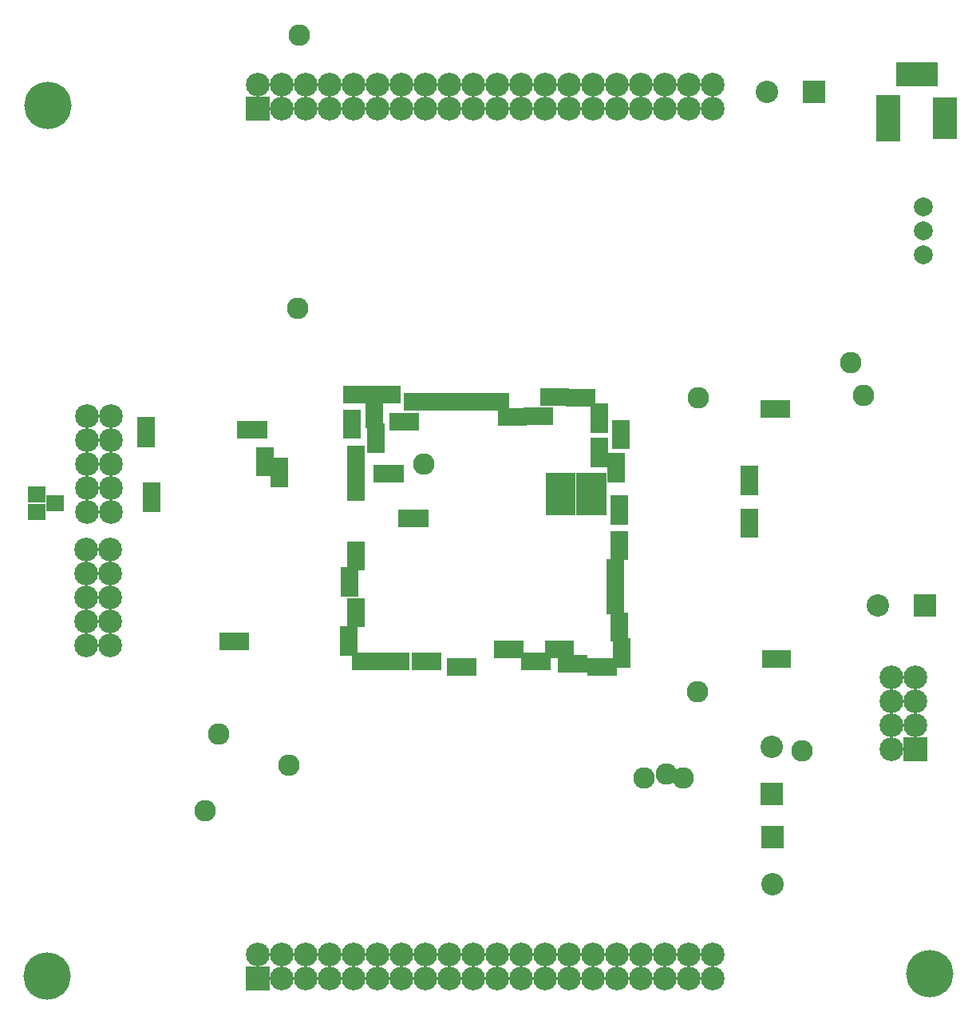
<source format=gbs>
G04 Layer_Color=16711935*
%FSLAX25Y25*%
%MOIN*%
G70*
G01*
G75*
%ADD42C,0.07874*%
%ADD57R,0.07559X0.06772*%
%ADD58R,0.06772X0.07559*%
%ADD60R,0.07559X0.07165*%
%ADD61R,0.07165X0.07559*%
%ADD62R,0.09921X0.09921*%
%ADD69R,0.07559X0.07165*%
%ADD80R,0.09921X0.19764*%
%ADD81R,0.09921X0.17795*%
%ADD82R,0.17795X0.09921*%
%ADD83C,0.09331*%
%ADD84R,0.09331X0.09331*%
%ADD85C,0.09921*%
%ADD86R,0.09921X0.09921*%
%ADD87R,0.09331X0.09331*%
%ADD88C,0.19764*%
%ADD89C,0.09016*%
D42*
X478346Y410768D02*
D03*
Y420768D02*
D03*
Y430768D02*
D03*
D57*
X153543Y339567D02*
D03*
Y333661D02*
D03*
D58*
X342520Y315945D02*
D03*
X336614D02*
D03*
X329724D02*
D03*
X323819D02*
D03*
X268209Y300689D02*
D03*
X262303D02*
D03*
X257874Y319390D02*
D03*
X251969D02*
D03*
X200787Y337598D02*
D03*
X194882D02*
D03*
X342520Y305610D02*
D03*
X336614D02*
D03*
X342520Y310531D02*
D03*
X336614D02*
D03*
X329724D02*
D03*
X323819D02*
D03*
X329724Y305610D02*
D03*
X323819D02*
D03*
D60*
X203248Y321555D02*
D03*
Y327067D02*
D03*
X209154Y317126D02*
D03*
Y322638D02*
D03*
X351378Y306890D02*
D03*
Y301378D02*
D03*
X343012Y339764D02*
D03*
Y345276D02*
D03*
X249508Y336910D02*
D03*
Y331398D02*
D03*
X343012Y325492D02*
D03*
Y331004D02*
D03*
X349902Y319094D02*
D03*
Y324606D02*
D03*
X351378Y286614D02*
D03*
Y292126D02*
D03*
X349409Y274803D02*
D03*
Y280315D02*
D03*
X351378Y252658D02*
D03*
Y258169D02*
D03*
X238189Y252264D02*
D03*
Y246752D02*
D03*
X238681Y276870D02*
D03*
Y271358D02*
D03*
X249016Y347244D02*
D03*
Y341732D02*
D03*
X241142Y316732D02*
D03*
Y311221D02*
D03*
X405512Y313681D02*
D03*
Y319193D02*
D03*
Y301476D02*
D03*
Y295965D02*
D03*
X239665Y337303D02*
D03*
Y342815D02*
D03*
X241142Y322047D02*
D03*
Y327559D02*
D03*
X241142Y282185D02*
D03*
Y287697D02*
D03*
X241142Y258563D02*
D03*
Y264075D02*
D03*
X352362Y247342D02*
D03*
Y241831D02*
D03*
X349409Y269488D02*
D03*
Y263976D02*
D03*
X351870Y338386D02*
D03*
Y332874D02*
D03*
X156004Y306791D02*
D03*
Y312303D02*
D03*
D61*
X328937Y240158D02*
D03*
X334449D02*
D03*
X419095Y346457D02*
D03*
X413583D02*
D03*
X419587Y242126D02*
D03*
X414075D02*
D03*
X321555Y351378D02*
D03*
X327067D02*
D03*
X193209Y249508D02*
D03*
X187697D02*
D03*
X341240Y238681D02*
D03*
X346752D02*
D03*
X256693Y352362D02*
D03*
X251181D02*
D03*
X244882D02*
D03*
X239370D02*
D03*
X280315Y349409D02*
D03*
X274803D02*
D03*
X309350Y343012D02*
D03*
X303839D02*
D03*
X320177Y343504D02*
D03*
X314665D02*
D03*
X337894Y350886D02*
D03*
X332382D02*
D03*
X282677Y238681D02*
D03*
X288189D02*
D03*
X313681Y241142D02*
D03*
X319193D02*
D03*
X254626D02*
D03*
X260138D02*
D03*
X242815Y241142D02*
D03*
X248327D02*
D03*
X307874Y246063D02*
D03*
X302362D02*
D03*
X273425Y241142D02*
D03*
X267913D02*
D03*
X329035Y246063D02*
D03*
X323524D02*
D03*
X296457Y349409D02*
D03*
X301969D02*
D03*
X285138D02*
D03*
X290650D02*
D03*
X264469D02*
D03*
X269980D02*
D03*
X264075Y341043D02*
D03*
X258563D02*
D03*
D62*
X200197Y471791D02*
D03*
X200354Y108602D02*
D03*
D69*
X115650Y307087D02*
D03*
X107776Y310827D02*
D03*
Y303346D02*
D03*
D80*
X463705Y467520D02*
D03*
D81*
X487205D02*
D03*
D82*
X475516Y486024D02*
D03*
D83*
X412894Y478839D02*
D03*
X459154Y264272D02*
D03*
X414862Y205217D02*
D03*
X415354Y148130D02*
D03*
D84*
X432579Y478839D02*
D03*
X478839Y264272D02*
D03*
D85*
X138445Y287559D02*
D03*
Y277559D02*
D03*
Y267559D02*
D03*
Y257559D02*
D03*
Y247559D02*
D03*
X128445D02*
D03*
Y257559D02*
D03*
Y267559D02*
D03*
Y277559D02*
D03*
Y287559D02*
D03*
X138779Y343327D02*
D03*
Y333327D02*
D03*
Y323327D02*
D03*
Y313327D02*
D03*
Y303327D02*
D03*
X128779D02*
D03*
Y313327D02*
D03*
Y323327D02*
D03*
Y333327D02*
D03*
Y343327D02*
D03*
X464902Y234409D02*
D03*
X474902D02*
D03*
X464902Y224410D02*
D03*
X474902D02*
D03*
X464902Y214409D02*
D03*
X474902D02*
D03*
X464902Y204409D02*
D03*
X200197Y481791D02*
D03*
X210197Y471791D02*
D03*
Y481791D02*
D03*
X220197Y471791D02*
D03*
Y481791D02*
D03*
X230197Y471791D02*
D03*
Y481791D02*
D03*
X240197Y471791D02*
D03*
Y481791D02*
D03*
X250197Y471791D02*
D03*
Y481791D02*
D03*
X260197Y471791D02*
D03*
Y481791D02*
D03*
X270197Y471791D02*
D03*
Y481791D02*
D03*
X280197Y471791D02*
D03*
Y481791D02*
D03*
X290197Y471791D02*
D03*
Y481791D02*
D03*
X300197Y471791D02*
D03*
Y481791D02*
D03*
X310197Y471791D02*
D03*
Y481791D02*
D03*
X320197Y471791D02*
D03*
Y481791D02*
D03*
X330197Y471791D02*
D03*
Y481791D02*
D03*
X340197Y471791D02*
D03*
Y481791D02*
D03*
X350197Y471791D02*
D03*
Y481791D02*
D03*
X360197Y471791D02*
D03*
Y481791D02*
D03*
X370197Y471791D02*
D03*
Y481791D02*
D03*
X380197Y471791D02*
D03*
Y481791D02*
D03*
X390197Y471791D02*
D03*
Y481791D02*
D03*
X200354Y118602D02*
D03*
X210354Y108602D02*
D03*
Y118602D02*
D03*
X220354Y108602D02*
D03*
Y118602D02*
D03*
X230354Y108602D02*
D03*
Y118602D02*
D03*
X240354Y108602D02*
D03*
Y118602D02*
D03*
X250354Y108602D02*
D03*
Y118602D02*
D03*
X260354Y108602D02*
D03*
Y118602D02*
D03*
X270354Y108602D02*
D03*
Y118602D02*
D03*
X280354Y108602D02*
D03*
Y118602D02*
D03*
X290354Y108602D02*
D03*
Y118602D02*
D03*
X300354Y108602D02*
D03*
Y118602D02*
D03*
X310354Y108602D02*
D03*
Y118602D02*
D03*
X320354Y108602D02*
D03*
Y118602D02*
D03*
X330354Y108602D02*
D03*
Y118602D02*
D03*
X340354Y108602D02*
D03*
Y118602D02*
D03*
X350354Y108602D02*
D03*
Y118602D02*
D03*
X360354Y108602D02*
D03*
Y118602D02*
D03*
X370354Y108602D02*
D03*
Y118602D02*
D03*
X380354Y108602D02*
D03*
Y118602D02*
D03*
X390354Y108602D02*
D03*
Y118602D02*
D03*
D86*
X474902Y204409D02*
D03*
D87*
X414862Y185531D02*
D03*
X415354Y167815D02*
D03*
D88*
X112205Y109744D02*
D03*
X480807Y110728D02*
D03*
X112697Y472933D02*
D03*
D89*
X269685Y323327D02*
D03*
X377953Y192421D02*
D03*
X447835Y365650D02*
D03*
X371063Y193898D02*
D03*
X453248Y351870D02*
D03*
X427658Y203740D02*
D03*
X178150Y178642D02*
D03*
X213090Y197835D02*
D03*
X361713Y192421D02*
D03*
X217028Y388287D02*
D03*
X384350Y350886D02*
D03*
X383858Y228346D02*
D03*
X217520Y502461D02*
D03*
X184055Y210630D02*
D03*
M02*

</source>
